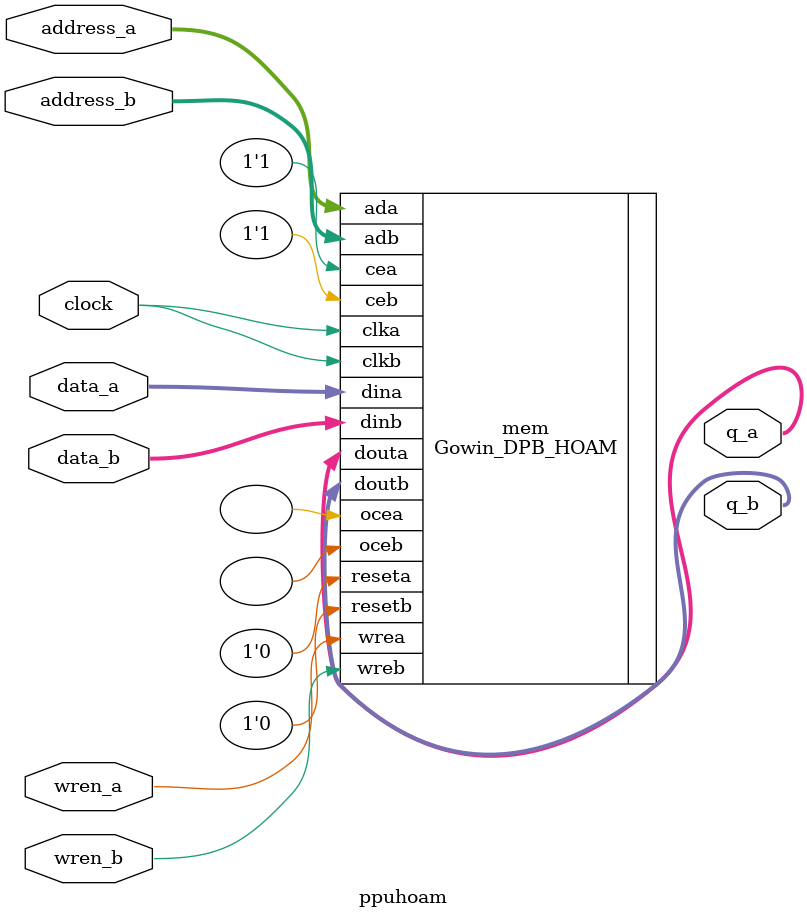
<source format=v>


module ppuhoam (
    input clock,
    input [4:0] address_a,
    input [6:0] address_b,
    input [7:0] data_a,
    input [1:0] data_b,
    input wren_a,
    input wren_b,
    output [7:0] q_a,
    output [1:0] q_b
);

`ifndef VERILATOR

Gowin_DPB_HOAM mem(.douta(q_a), .doutb(q_b), .clka(clock), .ocea(), .cea(1'b1), .reseta(1'b0), 
            .wrea(wren_a), .clkb(clock), .oceb(), .ceb(1'b1), .resetb(1'b0), 
            .wreb(wren_b), .ada(address_a), .dina(data_a), .adb(address_b), .dinb(data_b));

/*
reg [7:0] mem [0:31];
reg [7:0] douta;
reg [7:0] doutb;
assign q_a = douta;
wire [2:0] pos_b = {address_b[1:0], 1'b1};
assign q_b = doutb[pos_b -: 2];

always @(posedge clock) begin
    douta <= mem[address_a];
    if (wren_a)
        mem[address_a] <= data_a;
end

always @(posedge clock) begin
    doutb <= mem[address_b[6:2]];
    if (wren_b)
        mem[address_b[6:2]][pos_b -: 2] <= data_b;
end
*/

`else

reg [1:0] mem [0:127];
reg [7:0] douta;
reg [1:0] doutb;
assign q_a = douta;
assign q_b = doutb; 

always @(posedge clock) begin
    douta <= {mem[{address_a, 2'd3}], mem[{address_a, 2'd2}], mem[{address_a, 2'd1}], mem[{address_a, 2'd0}]};
    doutb <= mem[address_b];
    if (wren_a) begin
        mem[{address_a, 2'd3}] <= data_a[7:6];
        mem[{address_a, 2'd2}] <= data_a[5:4];
        mem[{address_a, 2'd1}] <= data_a[3:2];
        mem[{address_a, 2'd0}] <= data_a[1:0];
        $display("HOAM[%x-%x]=%x", {address_a, 2'd0}, {address_a, 2'd3}, data_a);
    end 
    if (wren_b) begin
        mem[address_b] <= data_b;
        $display("HOAM[%x]=%x", address_b, data_b);
    end
end

`endif



endmodule

</source>
